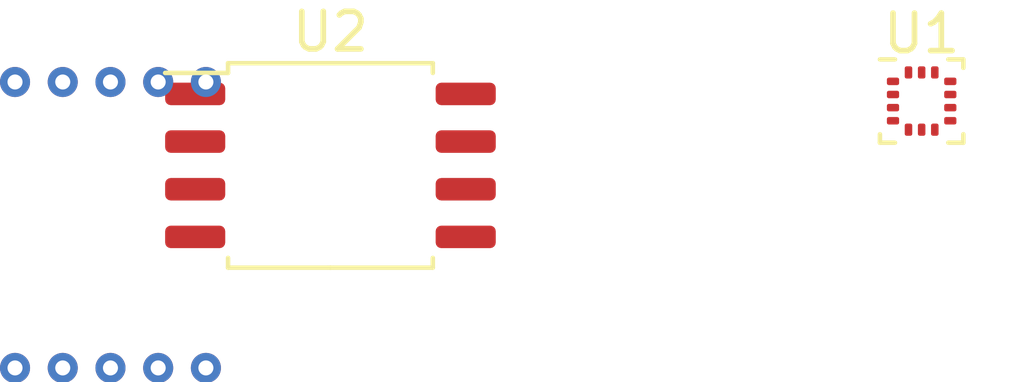
<source format=kicad_pcb>
(kicad_pcb (version 20171130) (host pcbnew 5.1.9-73d0e3b20d~88~ubuntu20.04.1)

  (general
    (thickness 1.6)
    (drawings 0)
    (tracks 10)
    (zones 0)
    (modules 2)
    (nets 1)
  )

  (page A4)
  (layers
    (0 F.Cu signal)
    (31 B.Cu signal)
    (32 B.Adhes user)
    (33 F.Adhes user)
    (34 B.Paste user)
    (35 F.Paste user)
    (36 B.SilkS user)
    (37 F.SilkS user)
    (38 B.Mask user)
    (39 F.Mask user)
    (40 Dwgs.User user)
    (41 Cmts.User user)
    (42 Eco1.User user)
    (43 Eco2.User user)
    (44 Edge.Cuts user)
    (45 Margin user)
    (46 B.CrtYd user)
    (47 F.CrtYd user)
    (48 B.Fab user)
    (49 F.Fab user)
  )

  (setup
    (last_trace_width 0.25)
    (trace_clearance 0.2)
    (zone_clearance 0.508)
    (zone_45_only no)
    (trace_min 0.2)
    (via_size 0.8)
    (via_drill 0.4)
    (via_min_size 0.4)
    (via_min_drill 0.3)
    (uvia_size 0.3)
    (uvia_drill 0.1)
    (uvias_allowed no)
    (uvia_min_size 0.2)
    (uvia_min_drill 0.1)
    (edge_width 0.05)
    (segment_width 0.2)
    (pcb_text_width 0.3)
    (pcb_text_size 1.5 1.5)
    (mod_edge_width 0.12)
    (mod_text_size 1 1)
    (mod_text_width 0.15)
    (pad_size 1.524 1.524)
    (pad_drill 0.762)
    (pad_to_mask_clearance 0)
    (aux_axis_origin 0 0)
    (visible_elements FFFFFF7F)
    (pcbplotparams
      (layerselection 0x010fc_ffffffff)
      (usegerberextensions false)
      (usegerberattributes true)
      (usegerberadvancedattributes true)
      (creategerberjobfile true)
      (excludeedgelayer true)
      (linewidth 0.100000)
      (plotframeref false)
      (viasonmask false)
      (mode 1)
      (useauxorigin false)
      (hpglpennumber 1)
      (hpglpenspeed 20)
      (hpglpendiameter 15.000000)
      (psnegative false)
      (psa4output false)
      (plotreference true)
      (plotvalue true)
      (plotinvisibletext false)
      (padsonsilk false)
      (subtractmaskfromsilk false)
      (outputformat 1)
      (mirror false)
      (drillshape 1)
      (scaleselection 1)
      (outputdirectory ""))
  )

  (net 0 "")

  (net_class Default "This is the default net class."
    (clearance 0.2)
    (trace_width 0.25)
    (via_dia 0.8)
    (via_drill 0.4)
    (uvia_dia 0.3)
    (uvia_drill 0.1)
    (add_net "Net-(U1-Pad1)")
    (add_net "Net-(U1-Pad10)")
    (add_net "Net-(U1-Pad11)")
    (add_net "Net-(U1-Pad12)")
    (add_net "Net-(U1-Pad13)")
    (add_net "Net-(U1-Pad14)")
    (add_net "Net-(U1-Pad2)")
    (add_net "Net-(U1-Pad3)")
    (add_net "Net-(U1-Pad4)")
    (add_net "Net-(U1-Pad5)")
    (add_net "Net-(U1-Pad6)")
    (add_net "Net-(U1-Pad7)")
    (add_net "Net-(U1-Pad8)")
    (add_net "Net-(U1-Pad9)")
    (add_net "Net-(U2-Pad1)")
    (add_net "Net-(U2-Pad2)")
    (add_net "Net-(U2-Pad3)")
    (add_net "Net-(U2-Pad4)")
    (add_net "Net-(U2-Pad5)")
    (add_net "Net-(U2-Pad6)")
    (add_net "Net-(U2-Pad7)")
    (add_net "Net-(U2-Pad8)")
  )

  (module Package_SO:SOIC-8_5.23x5.23mm_P1.27mm (layer F.Cu) (tedit 5D9F72B1) (tstamp 60641909)
    (at 170.447 90.361)
    (descr "SOIC, 8 Pin (http://www.winbond.com/resource-files/w25q32jv%20revg%2003272018%20plus.pdf#page=68), generated with kicad-footprint-generator ipc_gullwing_generator.py")
    (tags "SOIC SO")
    (path /606FA61B)
    (attr smd)
    (fp_text reference U2 (at 0 -3.56) (layer F.SilkS)
      (effects (font (size 1 1) (thickness 0.15)))
    )
    (fp_text value W25Q32JVSS (at 0 3.56) (layer F.Fab)
      (effects (font (size 1 1) (thickness 0.15)))
    )
    (fp_text user %R (at 0 0) (layer F.Fab)
      (effects (font (size 1 1) (thickness 0.15)))
    )
    (fp_line (start 0 2.725) (end 2.725 2.725) (layer F.SilkS) (width 0.12))
    (fp_line (start 2.725 2.725) (end 2.725 2.465) (layer F.SilkS) (width 0.12))
    (fp_line (start 0 2.725) (end -2.725 2.725) (layer F.SilkS) (width 0.12))
    (fp_line (start -2.725 2.725) (end -2.725 2.465) (layer F.SilkS) (width 0.12))
    (fp_line (start 0 -2.725) (end 2.725 -2.725) (layer F.SilkS) (width 0.12))
    (fp_line (start 2.725 -2.725) (end 2.725 -2.465) (layer F.SilkS) (width 0.12))
    (fp_line (start 0 -2.725) (end -2.725 -2.725) (layer F.SilkS) (width 0.12))
    (fp_line (start -2.725 -2.725) (end -2.725 -2.465) (layer F.SilkS) (width 0.12))
    (fp_line (start -2.725 -2.465) (end -4.4 -2.465) (layer F.SilkS) (width 0.12))
    (fp_line (start -1.615 -2.615) (end 2.615 -2.615) (layer F.Fab) (width 0.1))
    (fp_line (start 2.615 -2.615) (end 2.615 2.615) (layer F.Fab) (width 0.1))
    (fp_line (start 2.615 2.615) (end -2.615 2.615) (layer F.Fab) (width 0.1))
    (fp_line (start -2.615 2.615) (end -2.615 -1.615) (layer F.Fab) (width 0.1))
    (fp_line (start -2.615 -1.615) (end -1.615 -2.615) (layer F.Fab) (width 0.1))
    (fp_line (start -4.65 -2.86) (end -4.65 2.86) (layer F.CrtYd) (width 0.05))
    (fp_line (start -4.65 2.86) (end 4.65 2.86) (layer F.CrtYd) (width 0.05))
    (fp_line (start 4.65 2.86) (end 4.65 -2.86) (layer F.CrtYd) (width 0.05))
    (fp_line (start 4.65 -2.86) (end -4.65 -2.86) (layer F.CrtYd) (width 0.05))
    (pad 8 smd roundrect (at 3.6 -1.905) (size 1.6 0.6) (layers F.Cu F.Paste F.Mask) (roundrect_rratio 0.25))
    (pad 7 smd roundrect (at 3.6 -0.635) (size 1.6 0.6) (layers F.Cu F.Paste F.Mask) (roundrect_rratio 0.25))
    (pad 6 smd roundrect (at 3.6 0.635) (size 1.6 0.6) (layers F.Cu F.Paste F.Mask) (roundrect_rratio 0.25))
    (pad 5 smd roundrect (at 3.6 1.905) (size 1.6 0.6) (layers F.Cu F.Paste F.Mask) (roundrect_rratio 0.25))
    (pad 4 smd roundrect (at -3.6 1.905) (size 1.6 0.6) (layers F.Cu F.Paste F.Mask) (roundrect_rratio 0.25))
    (pad 3 smd roundrect (at -3.6 0.635) (size 1.6 0.6) (layers F.Cu F.Paste F.Mask) (roundrect_rratio 0.25))
    (pad 2 smd roundrect (at -3.6 -0.635) (size 1.6 0.6) (layers F.Cu F.Paste F.Mask) (roundrect_rratio 0.25))
    (pad 1 smd roundrect (at -3.6 -1.905) (size 1.6 0.6) (layers F.Cu F.Paste F.Mask) (roundrect_rratio 0.25))
    (model ${KISYS3DMOD}/Package_SO.3dshapes/SOIC-8_5.23x5.23mm_P1.27mm.wrl
      (at (xyz 0 0 0))
      (scale (xyz 1 1 1))
      (rotate (xyz 0 0 0))
    )
  )

  (module Package_LGA:LGA-14_2x2mm_P0.35mm_LayoutBorder3x4y (layer F.Cu) (tedit 5D9F7937) (tstamp 606419D4)
    (at 186.182 88.646)
    (descr "LGA, 14 Pin (http://www.st.com/resource/en/datasheet/lis2dh.pdf), generated with kicad-footprint-generator ipc_noLead_generator.py")
    (tags "LGA NoLead")
    (path /606FB90E)
    (attr smd)
    (fp_text reference U1 (at 0 -1.8) (layer F.SilkS)
      (effects (font (size 1 1) (thickness 0.15)))
    )
    (fp_text value LIS2DH (at 0 1.8) (layer F.Fab)
      (effects (font (size 1 1) (thickness 0.15)))
    )
    (fp_text user %R (at 0 0) (layer F.Fab)
      (effects (font (size 0.5 0.5) (thickness 0.08)))
    )
    (fp_line (start 0.71 -1.11) (end 1.11 -1.11) (layer F.SilkS) (width 0.12))
    (fp_line (start 1.11 -1.11) (end 1.11 -0.885) (layer F.SilkS) (width 0.12))
    (fp_line (start -0.71 1.11) (end -1.11 1.11) (layer F.SilkS) (width 0.12))
    (fp_line (start -1.11 1.11) (end -1.11 0.885) (layer F.SilkS) (width 0.12))
    (fp_line (start 0.71 1.11) (end 1.11 1.11) (layer F.SilkS) (width 0.12))
    (fp_line (start 1.11 1.11) (end 1.11 0.885) (layer F.SilkS) (width 0.12))
    (fp_line (start -0.71 -1.11) (end -1.11 -1.11) (layer F.SilkS) (width 0.12))
    (fp_line (start -0.5 -1) (end 1 -1) (layer F.Fab) (width 0.1))
    (fp_line (start 1 -1) (end 1 1) (layer F.Fab) (width 0.1))
    (fp_line (start 1 1) (end -1 1) (layer F.Fab) (width 0.1))
    (fp_line (start -1 1) (end -1 -0.5) (layer F.Fab) (width 0.1))
    (fp_line (start -1 -0.5) (end -0.5 -1) (layer F.Fab) (width 0.1))
    (fp_line (start -1.1 -1.1) (end -1.1 1.1) (layer F.CrtYd) (width 0.05))
    (fp_line (start -1.1 1.1) (end 1.1 1.1) (layer F.CrtYd) (width 0.05))
    (fp_line (start 1.1 1.1) (end 1.1 -1.1) (layer F.CrtYd) (width 0.05))
    (fp_line (start 1.1 -1.1) (end -1.1 -1.1) (layer F.CrtYd) (width 0.05))
    (pad 14 smd roundrect (at -0.35 -0.7625) (size 0.2 0.325) (layers F.Cu F.Paste F.Mask) (roundrect_rratio 0.25))
    (pad 13 smd roundrect (at 0 -0.7625) (size 0.2 0.325) (layers F.Cu F.Paste F.Mask) (roundrect_rratio 0.25))
    (pad 12 smd roundrect (at 0.35 -0.7625) (size 0.2 0.325) (layers F.Cu F.Paste F.Mask) (roundrect_rratio 0.25))
    (pad 11 smd roundrect (at 0.7625 -0.525) (size 0.325 0.2) (layers F.Cu F.Paste F.Mask) (roundrect_rratio 0.25))
    (pad 10 smd roundrect (at 0.7625 -0.175) (size 0.325 0.2) (layers F.Cu F.Paste F.Mask) (roundrect_rratio 0.25))
    (pad 9 smd roundrect (at 0.7625 0.175) (size 0.325 0.2) (layers F.Cu F.Paste F.Mask) (roundrect_rratio 0.25))
    (pad 8 smd roundrect (at 0.7625 0.525) (size 0.325 0.2) (layers F.Cu F.Paste F.Mask) (roundrect_rratio 0.25))
    (pad 7 smd roundrect (at 0.35 0.7625) (size 0.2 0.325) (layers F.Cu F.Paste F.Mask) (roundrect_rratio 0.25))
    (pad 6 smd roundrect (at 0 0.7625) (size 0.2 0.325) (layers F.Cu F.Paste F.Mask) (roundrect_rratio 0.25))
    (pad 5 smd roundrect (at -0.35 0.7625) (size 0.2 0.325) (layers F.Cu F.Paste F.Mask) (roundrect_rratio 0.25))
    (pad 4 smd roundrect (at -0.7625 0.525) (size 0.325 0.2) (layers F.Cu F.Paste F.Mask) (roundrect_rratio 0.25))
    (pad 3 smd roundrect (at -0.7625 0.175) (size 0.325 0.2) (layers F.Cu F.Paste F.Mask) (roundrect_rratio 0.25))
    (pad 2 smd roundrect (at -0.7625 -0.175) (size 0.325 0.2) (layers F.Cu F.Paste F.Mask) (roundrect_rratio 0.25))
    (pad 1 smd roundrect (at -0.7625 -0.525) (size 0.325 0.2) (layers F.Cu F.Paste F.Mask) (roundrect_rratio 0.25))
    (model ${KISYS3DMOD}/Package_LGA.3dshapes/LGA-14_2x2mm_P0.35mm_LayoutBorder3x4y.wrl
      (at (xyz 0 0 0))
      (scale (xyz 1 1 1))
      (rotate (xyz 0 0 0))
    )
  )

  (via (at 162.052 88.138) (size 0.8) (drill 0.4) (layers F.Cu B.Cu) (net 0))
  (via (at 163.322 88.138) (size 0.8) (drill 0.4) (layers F.Cu B.Cu) (net 0))
  (via (at 164.592 88.138) (size 0.8) (drill 0.4) (layers F.Cu B.Cu) (net 0))
  (via (at 165.862 88.138) (size 0.8) (drill 0.4) (layers F.Cu B.Cu) (net 0))
  (via (at 167.132 88.138) (size 0.8) (drill 0.4) (layers F.Cu B.Cu) (net 0))
  (via (at 162.052 95.758) (size 0.8) (drill 0.4) (layers F.Cu B.Cu) (net 0))
  (via (at 163.322 95.758) (size 0.8) (drill 0.4) (layers F.Cu B.Cu) (net 0))
  (via (at 164.592 95.758) (size 0.8) (drill 0.4) (layers F.Cu B.Cu) (net 0))
  (via (at 165.862 95.758) (size 0.8) (drill 0.4) (layers F.Cu B.Cu) (net 0))
  (via (at 167.132 95.758) (size 0.8) (drill 0.4) (layers F.Cu B.Cu) (net 0))

)

</source>
